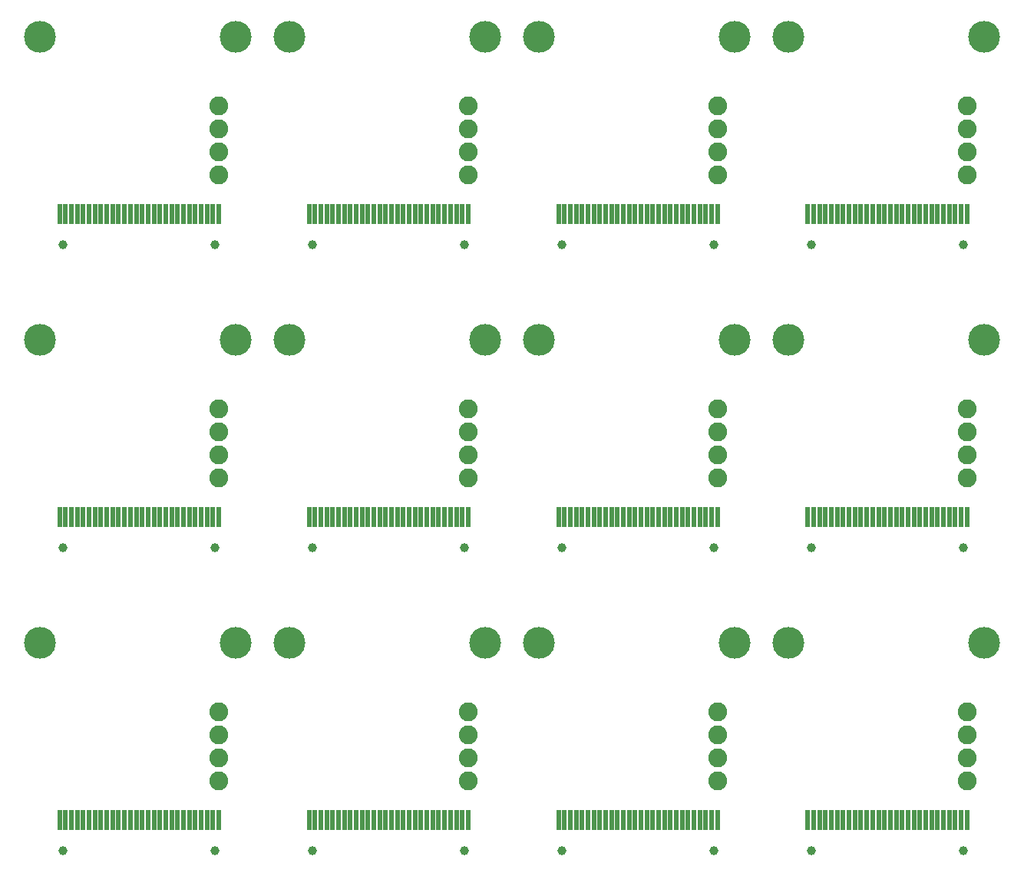
<source format=gbs>
G75*
%MOIN*%
%OFA0B0*%
%FSLAX25Y25*%
%IPPOS*%
%LPD*%
%AMOC8*
5,1,8,0,0,1.08239X$1,22.5*
%
%ADD10R,0.02178X0.08674*%
%ADD11C,0.03950*%
%ADD12C,0.08200*%
%ADD13C,0.13800*%
D10*
X0021306Y0108337D03*
X0023865Y0108337D03*
X0026424Y0108337D03*
X0028983Y0108337D03*
X0031542Y0108337D03*
X0034101Y0108337D03*
X0036660Y0108337D03*
X0039219Y0108337D03*
X0041778Y0108337D03*
X0044337Y0108337D03*
X0046896Y0108337D03*
X0049455Y0108337D03*
X0052014Y0108337D03*
X0054573Y0108337D03*
X0057132Y0108337D03*
X0059691Y0108337D03*
X0062250Y0108337D03*
X0064809Y0108337D03*
X0067369Y0108337D03*
X0069928Y0108337D03*
X0072487Y0108337D03*
X0075046Y0108337D03*
X0077605Y0108337D03*
X0080164Y0108337D03*
X0082723Y0108337D03*
X0085282Y0108337D03*
X0087841Y0108337D03*
X0090400Y0108337D03*
X0129606Y0108337D03*
X0132165Y0108337D03*
X0134724Y0108337D03*
X0137283Y0108337D03*
X0139842Y0108337D03*
X0142401Y0108337D03*
X0144960Y0108337D03*
X0147519Y0108337D03*
X0150078Y0108337D03*
X0152637Y0108337D03*
X0155196Y0108337D03*
X0157755Y0108337D03*
X0160314Y0108337D03*
X0162873Y0108337D03*
X0165432Y0108337D03*
X0167991Y0108337D03*
X0170550Y0108337D03*
X0173109Y0108337D03*
X0175669Y0108337D03*
X0178228Y0108337D03*
X0180787Y0108337D03*
X0183346Y0108337D03*
X0185905Y0108337D03*
X0188464Y0108337D03*
X0191023Y0108337D03*
X0193582Y0108337D03*
X0196141Y0108337D03*
X0198700Y0108337D03*
X0237906Y0108337D03*
X0240465Y0108337D03*
X0243024Y0108337D03*
X0245583Y0108337D03*
X0248142Y0108337D03*
X0250701Y0108337D03*
X0253260Y0108337D03*
X0255819Y0108337D03*
X0258378Y0108337D03*
X0260937Y0108337D03*
X0263496Y0108337D03*
X0266055Y0108337D03*
X0268614Y0108337D03*
X0271173Y0108337D03*
X0273732Y0108337D03*
X0276291Y0108337D03*
X0278850Y0108337D03*
X0281409Y0108337D03*
X0283969Y0108337D03*
X0286528Y0108337D03*
X0289087Y0108337D03*
X0291646Y0108337D03*
X0294205Y0108337D03*
X0296764Y0108337D03*
X0299323Y0108337D03*
X0301882Y0108337D03*
X0304441Y0108337D03*
X0307000Y0108337D03*
X0346206Y0108337D03*
X0348765Y0108337D03*
X0351324Y0108337D03*
X0353883Y0108337D03*
X0356442Y0108337D03*
X0359001Y0108337D03*
X0361560Y0108337D03*
X0364119Y0108337D03*
X0366678Y0108337D03*
X0369237Y0108337D03*
X0371796Y0108337D03*
X0374355Y0108337D03*
X0376914Y0108337D03*
X0379473Y0108337D03*
X0382032Y0108337D03*
X0384591Y0108337D03*
X0387150Y0108337D03*
X0389709Y0108337D03*
X0392269Y0108337D03*
X0394828Y0108337D03*
X0397387Y0108337D03*
X0399946Y0108337D03*
X0402505Y0108337D03*
X0405064Y0108337D03*
X0407623Y0108337D03*
X0410182Y0108337D03*
X0412741Y0108337D03*
X0415300Y0108337D03*
X0415300Y0239937D03*
X0412741Y0239937D03*
X0410182Y0239937D03*
X0407623Y0239937D03*
X0405064Y0239937D03*
X0402505Y0239937D03*
X0399946Y0239937D03*
X0397387Y0239937D03*
X0394828Y0239937D03*
X0392269Y0239937D03*
X0389709Y0239937D03*
X0387150Y0239937D03*
X0384591Y0239937D03*
X0382032Y0239937D03*
X0379473Y0239937D03*
X0376914Y0239937D03*
X0374355Y0239937D03*
X0371796Y0239937D03*
X0369237Y0239937D03*
X0366678Y0239937D03*
X0364119Y0239937D03*
X0361560Y0239937D03*
X0359001Y0239937D03*
X0356442Y0239937D03*
X0353883Y0239937D03*
X0351324Y0239937D03*
X0348765Y0239937D03*
X0346206Y0239937D03*
X0307000Y0239937D03*
X0304441Y0239937D03*
X0301882Y0239937D03*
X0299323Y0239937D03*
X0296764Y0239937D03*
X0294205Y0239937D03*
X0291646Y0239937D03*
X0289087Y0239937D03*
X0286528Y0239937D03*
X0283969Y0239937D03*
X0281409Y0239937D03*
X0278850Y0239937D03*
X0276291Y0239937D03*
X0273732Y0239937D03*
X0271173Y0239937D03*
X0268614Y0239937D03*
X0266055Y0239937D03*
X0263496Y0239937D03*
X0260937Y0239937D03*
X0258378Y0239937D03*
X0255819Y0239937D03*
X0253260Y0239937D03*
X0250701Y0239937D03*
X0248142Y0239937D03*
X0245583Y0239937D03*
X0243024Y0239937D03*
X0240465Y0239937D03*
X0237906Y0239937D03*
X0198700Y0239937D03*
X0196141Y0239937D03*
X0193582Y0239937D03*
X0191023Y0239937D03*
X0188464Y0239937D03*
X0185905Y0239937D03*
X0183346Y0239937D03*
X0180787Y0239937D03*
X0178228Y0239937D03*
X0175669Y0239937D03*
X0173109Y0239937D03*
X0170550Y0239937D03*
X0167991Y0239937D03*
X0165432Y0239937D03*
X0162873Y0239937D03*
X0160314Y0239937D03*
X0157755Y0239937D03*
X0155196Y0239937D03*
X0152637Y0239937D03*
X0150078Y0239937D03*
X0147519Y0239937D03*
X0144960Y0239937D03*
X0142401Y0239937D03*
X0139842Y0239937D03*
X0137283Y0239937D03*
X0134724Y0239937D03*
X0132165Y0239937D03*
X0129606Y0239937D03*
X0090400Y0239937D03*
X0087841Y0239937D03*
X0085282Y0239937D03*
X0082723Y0239937D03*
X0080164Y0239937D03*
X0077605Y0239937D03*
X0075046Y0239937D03*
X0072487Y0239937D03*
X0069928Y0239937D03*
X0067369Y0239937D03*
X0064809Y0239937D03*
X0062250Y0239937D03*
X0059691Y0239937D03*
X0057132Y0239937D03*
X0054573Y0239937D03*
X0052014Y0239937D03*
X0049455Y0239937D03*
X0046896Y0239937D03*
X0044337Y0239937D03*
X0041778Y0239937D03*
X0039219Y0239937D03*
X0036660Y0239937D03*
X0034101Y0239937D03*
X0031542Y0239937D03*
X0028983Y0239937D03*
X0026424Y0239937D03*
X0023865Y0239937D03*
X0021306Y0239937D03*
X0021306Y0371537D03*
X0023865Y0371537D03*
X0026424Y0371537D03*
X0028983Y0371537D03*
X0031542Y0371537D03*
X0034101Y0371537D03*
X0036660Y0371537D03*
X0039219Y0371537D03*
X0041778Y0371537D03*
X0044337Y0371537D03*
X0046896Y0371537D03*
X0049455Y0371537D03*
X0052014Y0371537D03*
X0054573Y0371537D03*
X0057132Y0371537D03*
X0059691Y0371537D03*
X0062250Y0371537D03*
X0064809Y0371537D03*
X0067369Y0371537D03*
X0069928Y0371537D03*
X0072487Y0371537D03*
X0075046Y0371537D03*
X0077605Y0371537D03*
X0080164Y0371537D03*
X0082723Y0371537D03*
X0085282Y0371537D03*
X0087841Y0371537D03*
X0090400Y0371537D03*
X0129606Y0371537D03*
X0132165Y0371537D03*
X0134724Y0371537D03*
X0137283Y0371537D03*
X0139842Y0371537D03*
X0142401Y0371537D03*
X0144960Y0371537D03*
X0147519Y0371537D03*
X0150078Y0371537D03*
X0152637Y0371537D03*
X0155196Y0371537D03*
X0157755Y0371537D03*
X0160314Y0371537D03*
X0162873Y0371537D03*
X0165432Y0371537D03*
X0167991Y0371537D03*
X0170550Y0371537D03*
X0173109Y0371537D03*
X0175669Y0371537D03*
X0178228Y0371537D03*
X0180787Y0371537D03*
X0183346Y0371537D03*
X0185905Y0371537D03*
X0188464Y0371537D03*
X0191023Y0371537D03*
X0193582Y0371537D03*
X0196141Y0371537D03*
X0198700Y0371537D03*
X0237906Y0371537D03*
X0240465Y0371537D03*
X0243024Y0371537D03*
X0245583Y0371537D03*
X0248142Y0371537D03*
X0250701Y0371537D03*
X0253260Y0371537D03*
X0255819Y0371537D03*
X0258378Y0371537D03*
X0260937Y0371537D03*
X0263496Y0371537D03*
X0266055Y0371537D03*
X0268614Y0371537D03*
X0271173Y0371537D03*
X0273732Y0371537D03*
X0276291Y0371537D03*
X0278850Y0371537D03*
X0281409Y0371537D03*
X0283969Y0371537D03*
X0286528Y0371537D03*
X0289087Y0371537D03*
X0291646Y0371537D03*
X0294205Y0371537D03*
X0296764Y0371537D03*
X0299323Y0371537D03*
X0301882Y0371537D03*
X0304441Y0371537D03*
X0307000Y0371537D03*
X0346206Y0371537D03*
X0348765Y0371537D03*
X0351324Y0371537D03*
X0353883Y0371537D03*
X0356442Y0371537D03*
X0359001Y0371537D03*
X0361560Y0371537D03*
X0364119Y0371537D03*
X0366678Y0371537D03*
X0369237Y0371537D03*
X0371796Y0371537D03*
X0374355Y0371537D03*
X0376914Y0371537D03*
X0379473Y0371537D03*
X0382032Y0371537D03*
X0384591Y0371537D03*
X0387150Y0371537D03*
X0389709Y0371537D03*
X0392269Y0371537D03*
X0394828Y0371537D03*
X0397387Y0371537D03*
X0399946Y0371537D03*
X0402505Y0371537D03*
X0405064Y0371537D03*
X0407623Y0371537D03*
X0410182Y0371537D03*
X0412741Y0371537D03*
X0415300Y0371537D03*
D11*
X0022880Y0094951D03*
X0088825Y0094951D03*
X0131180Y0094951D03*
X0197125Y0094951D03*
X0239480Y0094951D03*
X0305425Y0094951D03*
X0347780Y0094951D03*
X0413725Y0094951D03*
X0413725Y0226551D03*
X0347780Y0226551D03*
X0305425Y0226551D03*
X0239480Y0226551D03*
X0197125Y0226551D03*
X0131180Y0226551D03*
X0088825Y0226551D03*
X0022880Y0226551D03*
X0022880Y0358151D03*
X0088825Y0358151D03*
X0131180Y0358151D03*
X0197125Y0358151D03*
X0239480Y0358151D03*
X0305425Y0358151D03*
X0347780Y0358151D03*
X0413725Y0358151D03*
D12*
X0415300Y0388537D03*
X0415300Y0398537D03*
X0415300Y0408537D03*
X0415300Y0418537D03*
X0307000Y0418537D03*
X0307000Y0408537D03*
X0307000Y0398537D03*
X0307000Y0388537D03*
X0307000Y0286937D03*
X0307000Y0276937D03*
X0307000Y0266937D03*
X0307000Y0256937D03*
X0307000Y0155337D03*
X0307000Y0145337D03*
X0307000Y0135337D03*
X0307000Y0125337D03*
X0198700Y0125337D03*
X0198700Y0135337D03*
X0198700Y0145337D03*
X0198700Y0155337D03*
X0198700Y0256937D03*
X0198700Y0266937D03*
X0198700Y0276937D03*
X0198700Y0286937D03*
X0198700Y0388537D03*
X0198700Y0398537D03*
X0198700Y0408537D03*
X0198700Y0418537D03*
X0090400Y0418537D03*
X0090400Y0408537D03*
X0090400Y0398537D03*
X0090400Y0388537D03*
X0090400Y0286937D03*
X0090400Y0276937D03*
X0090400Y0266937D03*
X0090400Y0256937D03*
X0090400Y0155337D03*
X0090400Y0145337D03*
X0090400Y0135337D03*
X0090400Y0125337D03*
X0415300Y0125337D03*
X0415300Y0135337D03*
X0415300Y0145337D03*
X0415300Y0155337D03*
X0415300Y0256937D03*
X0415300Y0266937D03*
X0415300Y0276937D03*
X0415300Y0286937D03*
D13*
X0422800Y0316937D03*
X0337800Y0316937D03*
X0314500Y0316937D03*
X0229500Y0316937D03*
X0206200Y0316937D03*
X0121200Y0316937D03*
X0097900Y0316937D03*
X0012900Y0316937D03*
X0012900Y0185337D03*
X0097900Y0185337D03*
X0121200Y0185337D03*
X0206200Y0185337D03*
X0229500Y0185337D03*
X0314500Y0185337D03*
X0337800Y0185337D03*
X0422800Y0185337D03*
X0422800Y0448537D03*
X0337800Y0448537D03*
X0314500Y0448537D03*
X0229500Y0448537D03*
X0206200Y0448537D03*
X0121200Y0448537D03*
X0097900Y0448537D03*
X0012900Y0448537D03*
M02*

</source>
